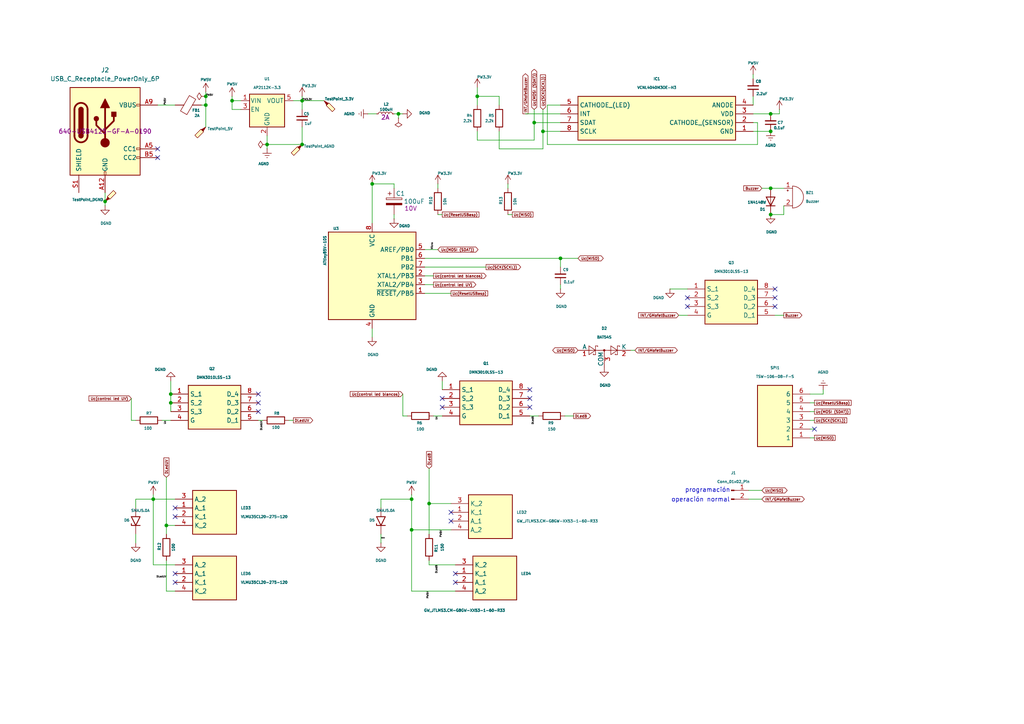
<source format=kicad_sch>
(kicad_sch (version 20250114) (generator "eeschema") (generator_version "9.0")
  (paper "A4")
  (title_block (title "LumiGuard") (date "2025-03-01") (rev "Ing.IsmelArab") (company "InGnia"))
  (lib_symbols
    (symbol "Connector:Conn_01x02_Pin" (pin_names (offset 1.016) (hide yes))
      (property "Reference" "J" (at 0 2.54 0))
      (property "Value" "Conn_01x02_Pin" (at 0 -5.08 0))
      (symbol "Conn_01x02_Pin_1_1"
        (pin passive line (at 5.08 0 180) (length 3.81) (name "Pin_1") (number "1"))
        (pin passive line (at 5.08 -2.54 180) (length 3.81) (name "Pin_2") (number "2"))
      )
    )
    (symbol "Connector:TestPoint_Probe" (pin_numbers (hide yes)) (pin_names (offset 0.762) (hide yes))
      (property "Reference" "TP" (at 1.651 5.842 0))
      (property "Value" "TestPoint_Probe" (at 1.651 4.064 0))
      (symbol "TestPoint_Probe_1_1"
        (pin passive line (at 0 0 90) (length 0) (name "1") (number "1"))
      )
    )
    (symbol "Connector:USB_C_Receptacle_PowerOnly_6P" (pin_names (offset 1.016))
      (property "Reference" "J" (at 0 16.51 0))
      (property "Value" "USB_C_Receptacle_PowerOnly_6P" (at 0 13.97 0))
      (symbol "USB_C_Receptacle_PowerOnly_6P_1_1"
        (pin passive line (at -7.62 -17.78 90) (length 5.08) (name "SHIELD") (number "S1"))
        (pin passive line (at 0 -17.78 90) (length 5.08) (name "GND") (number "A12"))
        (pin passive line (at 0 -17.78 90) (length 5.08) (hide yes) (name "GND") (number "B12"))
        (pin passive line (at 15.24 7.62 180) (length 5.08) (name "VBUS") (number "A9"))
        (pin passive line (at 15.24 7.62 180) (length 5.08) (hide yes) (name "VBUS") (number "B9"))
        (pin bidirectional line (at 15.24 -5.08 180) (length 5.08) (name "CC1") (number "A5"))
        (pin bidirectional line (at 15.24 -7.62 180) (length 5.08) (name "CC2") (number "B5"))
      )
    )
    (symbol "DMN3010LSS-13:DMN3010LSS-13"
      (property "Reference" "Q" (at 21.59 7.62 0))
      (property "Value" "DMN3010LSS-13" (at 21.59 5.08 0))
      (symbol "DMN3010LSS-13_1_1"
        (pin passive line (at 0 0 0) (length 5.08) (name "S_1") (number "1"))
        (pin passive line (at 0 -2.54 0) (length 5.08) (name "S_2") (number "2"))
        (pin passive line (at 0 -5.08 0) (length 5.08) (name "S_3") (number "3"))
        (pin passive line (at 0 -7.62 0) (length 5.08) (name "G") (number "4"))
        (pin passive line (at 25.4 0 180) (length 5.08) (name "D_4") (number "8"))
        (pin passive line (at 25.4 -2.54 180) (length 5.08) (name "D_3") (number "7"))
        (pin passive line (at 25.4 -5.08 180) (length 5.08) (name "D_2") (number "6"))
        (pin passive line (at 25.4 -7.62 180) (length 5.08) (name "D_1") (number "5"))
      )
    )
    (symbol "Device:Buzzer" (pin_names (offset 0.0254) (hide yes))
      (property "Reference" "BZ" (at 3.81 1.27 0))
      (property "Value" "Buzzer" (at 3.81 -1.27 0))
      (symbol "Buzzer_1_1"
        (pin passive line (at -2.54 2.54 0) (length 2.54) (name "+") (number "1"))
        (pin passive line (at -2.54 -2.54 0) (length 2.54) (name "-") (number "2"))
      )
    )
    (symbol "Device:C_Polarized" (pin_numbers (hide yes)) (pin_names (offset 0.254))
      (property "Reference" "C" (at 0.635 2.54 0))
      (property "Value" "C_Polarized" (at 0.635 -2.54 0))
      (symbol "C_Polarized_1_1"
        (pin passive line (at 0 3.81 270) (length 2.794) (name "~") (number "1"))
        (pin passive line (at 0 -3.81 90) (length 2.794) (name "~") (number "2"))
      )
    )
    (symbol "Device:C_Small" (pin_numbers (hide yes)) (pin_names (offset 0.254) (hide yes))
      (property "Reference" "C" (at 0.254 1.778 0))
      (property "Value" "C_Small" (at 0.254 -2.032 0))
      (symbol "C_Small_1_1"
        (pin passive line (at 0 2.54 270) (length 2.032) (name "~") (number "1"))
        (pin passive line (at 0 -2.54 90) (length 2.032) (name "~") (number "2"))
      )
    )
    (symbol "Device:FerriteBead" (pin_numbers (hide yes)) (pin_names (offset 0))
      (property "Reference" "FB" (at -3.81 0.635 90))
      (property "Value" "FerriteBead" (at 3.81 0 90))
      (symbol "FerriteBead_1_1"
        (pin passive line (at 0 3.81 270) (length 2.54) (name "~") (number "1"))
        (pin passive line (at 0 -3.81 90) (length 2.54) (name "~") (number "2"))
      )
    )
    (symbol "Device:L_Small" (pin_numbers (hide yes)) (pin_names (offset 0.254) (hide yes))
      (property "Reference" "L" (at 0.762 1.016 0))
      (property "Value" "L_Small" (at 0.762 -1.016 0))
      (symbol "L_Small_1_1"
        (pin passive line (at 0 2.54 270) (length 0.508) (name "~") (number "1"))
        (pin passive line (at 0 -2.54 90) (length 0.508) (name "~") (number "2"))
      )
    )
    (symbol "Device:R" (pin_numbers (hide yes)) (pin_names (offset 0))
      (property "Reference" "R" (at 2.032 0 90))
      (property "Value" "R" (at 0 0 90))
      (symbol "R_1_1"
        (pin passive line (at 0 3.81 270) (length 1.27) (name "~") (number "1"))
        (pin passive line (at 0 -3.81 90) (length 1.27) (name "~") (number "2"))
      )
    )
    (symbol "Diode:1N4148W" (pin_numbers (hide yes)) (pin_names (hide yes))
      (property "Reference" "D" (at 0 2.54 0))
      (property "Value" "1N4148W" (at 0 -2.54 0))
      (symbol "1N4148W_1_1"
        (pin passive line (at -3.81 0 0) (length 2.54) (name "K") (number "1"))
        (pin passive line (at 3.81 0 180) (length 2.54) (name "A") (number "2"))
      )
    )
    (symbol "Diode:BAT54S" (pin_names (offset 0))
      (property "Reference" "D" (at 2.54 -5.08 0))
      (property "Value" "BAT54S" (at -6.35 3.175 0))
      (symbol "BAT54S_1_1"
        (pin passive line (at -7.62 0 0) (length 3.81) (name "A") (number "1"))
        (pin passive line (at 0 -5.08 90) (length 5.08) (name "COM") (number "3"))
        (pin passive line (at 7.62 0 180) (length 3.81) (name "K") (number "2"))
      )
    )
    (symbol "Diode:SMAJ5.0A" (pin_numbers (hide yes)) (pin_names (offset 1.016) (hide yes))
      (property "Reference" "D" (at 0 2.54 0))
      (property "Value" "SMAJ5.0A" (at 0 -2.54 0))
      (symbol "SMAJ5.0A_1_1"
        (pin passive line (at -3.81 0 0) (length 2.54) (name "A1") (number "1"))
        (pin passive line (at 3.81 0 180) (length 2.54) (name "A2") (number "2"))
      )
    )
    (symbol "GW_JTLMS3_CM-G8GW-XX53-1-60-R3:GW_JTLMS3.CM-G8GW-XX53-1-60-R33"
      (property "Reference" "LED" (at 19.05 7.62 0))
      (property "Value" "GW_JTLMS3.CM-G8GW-XX53-1-60-R33" (at 19.05 5.08 0))
      (symbol "GW_JTLMS3.CM-G8GW-XX53-1-60-R33_1_1"
        (pin passive line (at 0 0 0) (length 5.08) (name "K_2") (number "3"))
        (pin passive line (at 0 -2.54 0) (length 5.08) (name "K_1") (number "1"))
        (pin passive line (at 0 -5.08 0) (length 5.08) (name "A_1") (number "2"))
        (pin passive line (at 0 -7.62 0) (length 5.08) (name "A_2") (number "4"))
      )
    )
    (symbol "MCU_Microchip_ATtiny:ATtiny85V-10S"
      (property "Reference" "U" (at -12.7 13.97 0))
      (property "Value" "ATtiny85V-10S" (at 2.54 -13.97 0))
      (symbol "ATtiny85V-10S_1_1"
        (pin power_in line (at 0 15.24 270) (length 2.54) (name "VCC") (number "8"))
        (pin power_in line (at 0 -15.24 90) (length 2.54) (name "GND") (number "4"))
        (pin bidirectional line (at 15.24 7.62 180) (length 2.54) (name "AREF/PB0") (number "5"))
        (pin bidirectional line (at 15.24 5.08 180) (length 2.54) (name "PB1") (number "6"))
        (pin bidirectional line (at 15.24 2.54 180) (length 2.54) (name "PB2") (number "7"))
        (pin bidirectional line (at 15.24 0 180) (length 2.54) (name "XTAL1/PB3") (number "2"))
        (pin bidirectional line (at 15.24 -2.54 180) (length 2.54) (name "XTAL2/PB4") (number "3"))
        (pin bidirectional line (at 15.24 -5.08 180) (length 2.54) (name "~{RESET}/PB5") (number "1"))
      )
    )
    (symbol "Regulator_Linear:AP2112K-3.3" (pin_names (offset 0.254))
      (property "Reference" "U" (at -5.08 5.715 0))
      (property "Value" "AP2112K-3.3" (at 0 5.715 0))
      (symbol "AP2112K-3.3_1_1"
        (pin power_in line (at -7.62 2.54 0) (length 2.54) (name "VIN") (number "1"))
        (pin input line (at -7.62 0 0) (length 2.54) (name "EN") (number "3"))
        (pin power_in line (at 0 -7.62 90) (length 2.54) (name "GND") (number "2"))
        (pin no_connect line (at 5.08 0 180) (length 2.54) (hide yes) (name "NC") (number "4"))
        (pin power_out line (at 7.62 2.54 180) (length 2.54) (name "VOUT") (number "5"))
      )
    )
    (symbol "TSW-106-08-F-S:TSW-106-08-F-S"
      (property "Reference" "J" (at 16.51 7.62 0))
      (property "Value" "TSW-106-08-F-S" (at 16.51 5.08 0))
      (symbol "TSW-106-08-F-S_1_1"
        (pin passive line (at 0 0 0) (length 5.08) (name "1") (number "1"))
        (pin passive line (at 0 -2.54 0) (length 5.08) (name "2") (number "2"))
        (pin passive line (at 0 -5.08 0) (length 5.08) (name "3") (number "3"))
        (pin passive line (at 0 -7.62 0) (length 5.08) (name "4") (number "4"))
        (pin passive line (at 0 -10.16 0) (length 5.08) (name "5") (number "5"))
        (pin passive line (at 0 -12.7 0) (length 5.08) (name "6") (number "6"))
      )
    )
    (symbol "VCNL4040M3OE-H3:VCNL4040M3OE-H3"
      (property "Reference" "IC" (at 52.07 7.62 0))
      (property "Value" "VCNL4040M3OE-H3" (at 52.07 5.08 0))
      (symbol "VCNL4040M3OE-H3_1_1"
        (pin passive line (at 0 0 0) (length 5.08) (name "CATHODE_(LED)") (number "5"))
        (pin passive line (at 0 -2.54 0) (length 5.08) (name "INT") (number "6"))
        (pin passive line (at 0 -5.08 0) (length 5.08) (name "SDAT") (number "7"))
        (pin passive line (at 0 -7.62 0) (length 5.08) (name "SCLK") (number "8"))
        (pin passive line (at 55.88 0 180) (length 5.08) (name "ANODE") (number "4"))
        (pin passive line (at 55.88 -2.54 180) (length 5.08) (name "VDD") (number "3"))
        (pin passive line (at 55.88 -5.08 180) (length 5.08) (name "CATHODE_(SENSOR)") (number "2"))
        (pin passive line (at 55.88 -7.62 180) (length 5.08) (name "GND") (number "1"))
      )
    )
    (symbol "VLMU35CL20-275-120:VLMU35CL20-275-120"
      (property "Reference" "LED" (at 19.05 7.62 0))
      (property "Value" "VLMU35CL20-275-120" (at 19.05 5.08 0))
      (symbol "VLMU35CL20-275-120_1_1"
        (pin passive line (at 0 0 0) (length 5.08) (name "A_2") (number "3"))
        (pin passive line (at 0 -2.54 0) (length 5.08) (name "A_1") (number "1"))
        (pin passive line (at 0 -5.08 0) (length 5.08) (name "K_1") (number "2"))
        (pin passive line (at 0 -7.62 0) (length 5.08) (name "K_2") (number "4"))
      )
    )
    (symbol "power:Earth" (power) (pin_numbers (hide yes)) (pin_names (offset 0) (hide yes))
      (property "Value" "Earth" (at 0 -3.81 0))
      (symbol "Earth_1_1"
        (pin power_in line (at 0 0 270) (length 0) (name "~") (number "1"))
      )
    )
    (symbol "power:GND" (power) (pin_numbers (hide yes)) (pin_names (offset 0) (hide yes))
      (property "Value" "GND" (at 0 -3.81 0))
      (symbol "GND_1_1"
        (pin power_in line (at 0 0 270) (length 0) (name "~") (number "1"))
      )
    )
    (symbol "power:PWR_FLAG" (power) (pin_numbers (hide yes)) (pin_names (offset 0) (hide yes))
      (property "Value" "PWR_FLAG" (at 0 3.81 0))
      (symbol "PWR_FLAG_0_0"
        (pin power_out line (at 0 0 90) (length 0) (name "~") (number "1"))
      )
    )
    (symbol "power:VCC" (power) (pin_numbers (hide yes)) (pin_names (offset 0) (hide yes))
      (property "Value" "VCC" (at 0 3.556 0))
      (symbol "VCC_1_1"
        (pin power_in line (at 0 0 90) (length 0) (name "~") (number "1"))
      )
    )
  )
  (text "operación normal\n" (at 203.2 145.034 0) (effects (font (size 1.27 1.27))))
  (text "programación" (at 205.232 142.24 0) (effects (font (size 1.27 1.27))))
  (junction (at 87.63 41.91))
  (junction (at 223.52 62.23))
  (junction (at 223.52 54.61))
  (junction (at 49.53 114.3))
  (junction (at 115.57 33.02))
  (junction (at 107.95 53.34))
  (junction (at 87.63 29.21))
  (junction (at 48.26 152.4))
  (junction (at 67.31 29.21))
  (junction (at 30.48 58.42))
  (junction (at 119.38 153.67))
  (junction (at 119.38 144.78))
  (junction (at 157.48 38.1))
  (junction (at 44.45 144.78))
  (junction (at 223.52 33.02))
  (junction (at 154.94 35.56))
  (junction (at 49.53 116.84))
  (junction (at 59.69 27.94))
  (junction (at 77.47 41.91))
  (junction (at 59.69 30.48))
  (junction (at 138.43 27.94))
  (junction (at 124.46 146.05))
  (junction (at 162.56 74.93))
  (junction (at 223.52 38.1))
  (no_connect (at 74.93 116.84))
  (no_connect (at 45.72 45.72))
  (no_connect (at 132.08 166.37))
  (no_connect (at 50.8 147.32))
  (no_connect (at 199.39 86.36))
  (no_connect (at 153.67 113.03))
  (no_connect (at 128.27 115.57))
  (no_connect (at 153.67 118.11))
  (no_connect (at 199.39 88.9))
  (no_connect (at 224.79 83.82))
  (no_connect (at 50.8 168.91))
  (no_connect (at 132.08 168.91))
  (no_connect (at 236.22 124.46))
  (no_connect (at 50.8 166.37))
  (no_connect (at 50.8 149.86))
  (no_connect (at 128.27 118.11))
  (no_connect (at 74.93 119.38))
  (no_connect (at 45.72 43.18))
  (no_connect (at 153.67 115.57))
  (no_connect (at 130.81 151.13))
  (no_connect (at 224.79 88.9))
  (no_connect (at 130.81 148.59))
  (no_connect (at 74.93 114.3))
  (no_connect (at 224.79 86.36))
  (wire (pts (xy 77.47 39.37) (xy 77.47 41.91)))
  (wire (pts (xy 76.2 121.92) (xy 74.93 121.92)))
  (wire (pts (xy 154.94 35.56) (xy 162.56 35.56)))
  (wire (pts (xy 123.19 82.55) (xy 125.73 82.55)))
  (wire (pts (xy 116.84 114.3) (xy 116.84 120.65)))
  (wire (pts (xy 39.37 144.78) (xy 39.37 147.32)))
  (wire (pts (xy 87.63 36.83) (xy 87.63 41.91)))
  (wire (pts (xy 138.43 27.94) (xy 144.78 27.94)))
  (wire (pts (xy 67.31 29.21) (xy 67.31 31.75)))
  (wire (pts (xy 218.44 35.56) (xy 219.71 35.56)))
  (wire (pts (xy 218.44 38.1) (xy 223.52 38.1)))
  (wire (pts (xy 125.73 120.65) (xy 128.27 120.65)))
  (wire (pts (xy 30.48 58.42) (xy 30.48 59.69)))
  (wire (pts (xy 114.3 53.34) (xy 114.3 54.61)))
  (wire (pts (xy 238.76 114.3) (xy 238.76 113.03)))
  (wire (pts (xy 107.95 53.34) (xy 114.3 53.34)))
  (wire (pts (xy 138.43 27.94) (xy 138.43 30.48)))
  (wire (pts (xy 194.31 83.82) (xy 199.39 83.82)))
  (wire (pts (xy 67.31 31.75) (xy 69.85 31.75)))
  (wire (pts (xy 46.99 121.92) (xy 49.53 121.92)))
  (wire (pts (xy 45.72 30.48) (xy 50.8 30.48)))
  (wire (pts (xy 217.17 142.24) (xy 220.98 142.24)))
  (wire (pts (xy 162.56 82.55) (xy 162.56 83.82)))
  (wire (pts (xy 44.45 144.78) (xy 44.45 163.83)))
  (wire (pts (xy 49.53 116.84) (xy 49.53 119.38)))
  (wire (pts (xy 123.19 80.01) (xy 125.73 80.01)))
  (wire (pts (xy 50.8 144.78) (xy 44.45 144.78)))
  (wire (pts (xy 49.53 114.3) (xy 49.53 116.84)))
  (wire (pts (xy 196.85 91.44) (xy 199.39 91.44)))
  (wire (pts (xy 116.84 120.65) (xy 118.11 120.65)))
  (wire (pts (xy 219.71 41.91) (xy 219.71 35.56)))
  (wire (pts (xy 234.95 116.84) (xy 236.22 116.84)))
  (wire (pts (xy 226.06 33.02) (xy 223.52 33.02)))
  (wire (pts (xy 50.8 171.45) (xy 48.26 171.45)))
  (wire (pts (xy 182.88 101.6) (xy 184.15 101.6)))
  (wire (pts (xy 124.46 135.89) (xy 124.46 146.05)))
  (wire (pts (xy 115.57 33.02) (xy 116.84 33.02)))
  (wire (pts (xy 123.19 72.39) (xy 127 72.39)))
  (wire (pts (xy 123.19 85.09) (xy 130.81 85.09)))
  (wire (pts (xy 39.37 144.78) (xy 44.45 144.78)))
  (wire (pts (xy 234.95 119.38) (xy 236.22 119.38)))
  (wire (pts (xy 119.38 144.78) (xy 119.38 153.67)))
  (wire (pts (xy 220.98 54.61) (xy 223.52 54.61)))
  (wire (pts (xy 107.95 53.34) (xy 107.95 64.77)))
  (wire (pts (xy 234.95 127) (xy 236.22 127)))
  (wire (pts (xy 223.52 54.61) (xy 227.33 54.61)))
  (wire (pts (xy 152.4 33.02) (xy 162.56 33.02)))
  (wire (pts (xy 217.17 144.78) (xy 220.98 144.78)))
  (wire (pts (xy 119.38 143.51) (xy 119.38 144.78)))
  (wire (pts (xy 77.47 41.91) (xy 77.47 43.18)))
  (wire (pts (xy 30.48 55.88) (xy 30.48 58.42)))
  (wire (pts (xy 38.1 115.57) (xy 38.1 121.92)))
  (wire (pts (xy 124.46 146.05) (xy 130.81 146.05)))
  (wire (pts (xy 110.49 154.94) (xy 110.49 157.48)))
  (wire (pts (xy 48.26 152.4) (xy 48.26 154.94)))
  (wire (pts (xy 44.45 143.51) (xy 44.45 144.78)))
  (wire (pts (xy 44.45 163.83) (xy 50.8 163.83)))
  (wire (pts (xy 124.46 162.56) (xy 124.46 163.83)))
  (wire (pts (xy 234.95 114.3) (xy 238.76 114.3)))
  (wire (pts (xy 114.3 33.02) (xy 115.57 33.02)))
  (wire (pts (xy 48.26 162.56) (xy 48.26 171.45)))
  (wire (pts (xy 226.06 31.75) (xy 226.06 33.02)))
  (wire (pts (xy 144.78 27.94) (xy 144.78 30.48)))
  (wire (pts (xy 127 62.23) (xy 128.27 62.23)))
  (wire (pts (xy 87.63 29.21) (xy 85.09 29.21)))
  (wire (pts (xy 138.43 25.4) (xy 138.43 27.94)))
  (wire (pts (xy 123.19 74.93) (xy 162.56 74.93)))
  (wire (pts (xy 119.38 153.67) (xy 119.38 171.45)))
  (wire (pts (xy 106.68 33.02) (xy 109.22 33.02)))
  (wire (pts (xy 157.48 43.18) (xy 144.78 43.18)))
  (wire (pts (xy 147.32 62.23) (xy 148.59 62.23)))
  (wire (pts (xy 127 53.34) (xy 127 54.61)))
  (wire (pts (xy 115.57 34.29) (xy 115.57 33.02)))
  (wire (pts (xy 107.95 97.79) (xy 107.95 95.25)))
  (wire (pts (xy 124.46 163.83) (xy 132.08 163.83)))
  (wire (pts (xy 59.69 30.48) (xy 58.42 30.48)))
  (wire (pts (xy 218.44 21.59) (xy 218.44 22.86)))
  (wire (pts (xy 85.09 121.92) (xy 83.82 121.92)))
  (wire (pts (xy 144.78 43.18) (xy 144.78 38.1)))
  (wire (pts (xy 119.38 153.67) (xy 130.81 153.67)))
  (wire (pts (xy 67.31 29.21) (xy 69.85 29.21)))
  (wire (pts (xy 128.27 110.49) (xy 128.27 113.03)))
  (wire (pts (xy 119.38 171.45) (xy 132.08 171.45)))
  (wire (pts (xy 87.63 29.21) (xy 93.98 29.21)))
  (wire (pts (xy 67.31 27.94) (xy 67.31 29.21)))
  (wire (pts (xy 123.19 77.47) (xy 140.97 77.47)))
  (wire (pts (xy 162.56 30.48) (xy 158.75 30.48)))
  (wire (pts (xy 110.49 144.78) (xy 119.38 144.78)))
  (wire (pts (xy 39.37 154.94) (xy 39.37 157.48)))
  (wire (pts (xy 224.79 91.44) (xy 227.33 91.44)))
  (wire (pts (xy 87.63 31.75) (xy 87.63 29.21)))
  (wire (pts (xy 87.63 27.94) (xy 87.63 29.21)))
  (wire (pts (xy 49.53 110.49) (xy 49.53 114.3)))
  (wire (pts (xy 162.56 74.93) (xy 162.56 77.47)))
  (wire (pts (xy 223.52 33.02) (xy 218.44 33.02)))
  (wire (pts (xy 158.75 41.91) (xy 219.71 41.91)))
  (wire (pts (xy 163.83 120.65) (xy 166.37 120.65)))
  (wire (pts (xy 227.33 59.69) (xy 227.33 62.23)))
  (wire (pts (xy 38.1 121.92) (xy 39.37 121.92)))
  (wire (pts (xy 114.3 62.23) (xy 114.3 63.5)))
  (wire (pts (xy 48.26 138.43) (xy 48.26 152.4)))
  (wire (pts (xy 59.69 36.83) (xy 59.69 30.48)))
  (wire (pts (xy 223.52 62.23) (xy 227.33 62.23)))
  (wire (pts (xy 158.75 30.48) (xy 158.75 41.91)))
  (wire (pts (xy 157.48 31.75) (xy 157.48 38.1)))
  (wire (pts (xy 48.26 152.4) (xy 50.8 152.4)))
  (wire (pts (xy 157.48 38.1) (xy 162.56 38.1)))
  (wire (pts (xy 153.67 120.65) (xy 156.21 120.65)))
  (wire (pts (xy 147.32 53.34) (xy 147.32 54.61)))
  (wire (pts (xy 234.95 124.46) (xy 236.22 124.46)))
  (wire (pts (xy 138.43 38.1) (xy 138.43 40.64)))
  (wire (pts (xy 154.94 31.75) (xy 154.94 35.56)))
  (wire (pts (xy 234.95 121.92) (xy 236.22 121.92)))
  (wire (pts (xy 218.44 27.94) (xy 218.44 30.48)))
  (wire (pts (xy 124.46 146.05) (xy 124.46 154.94)))
  (wire (pts (xy 162.56 74.93) (xy 167.64 74.93)))
  (wire (pts (xy 138.43 40.64) (xy 154.94 40.64)))
  (wire (pts (xy 154.94 35.56) (xy 154.94 40.64)))
  (wire (pts (xy 87.63 41.91) (xy 77.47 41.91)))
  (wire (pts (xy 59.69 27.94) (xy 59.69 30.48)))
  (wire (pts (xy 157.48 38.1) (xy 157.48 43.18)))
  (wire (pts (xy 110.49 144.78) (xy 110.49 147.32)))
  (wire (pts (xy 59.69 26.67) (xy 59.69 27.94)))
  (label "DLedB" (at 127 163.83 270) (effects (font (size 0.508 0.508))))
  (label "DLedUV" (at 48.26 167.64 180) (effects (font (size 0.508 0.508))))
  (label "Uc" (at 48.26 121.92 270) (effects (font (size 0.508 0.508))))
  (label "PW5V" (at 48.26 30.48 90) (effects (font (size 0.508 0.508))))
  (label "DGND" (at 110.49 156.21 0) (effects (font (size 0.254 0.254))))
  (label "PW3.3V" (at 87.63 29.21 0) (effects (font (size 0.508 0.508))))
  (label "PW5V" (at 124.46 171.45 270) (effects (font (size 0.508 0.508))))
  (label "Micro" (at 125.73 72.39 90) (effects (font (size 0.508 0.508))))
  (label "DLedB" (at 154.94 120.65 270) (effects (font (size 0.508 0.508))))
  (label "Uc" (at 127 120.65 270) (effects (font (size 0.508 0.508))))
  (label "DLedUV" (at 76.2 121.92 270) (effects (font (size 0.508 0.508))))
  (label "PW5V" (at 128.27 153.67 270) (effects (font (size 0.508 0.508))))
  (label "PW5V" (at 59.69 27.94 0) (effects (font (size 0.508 0.508))))
  (global_label "Uc(ResetUSBasp)" (shape passive) (at 128.27 62.23 0) (effects (font (size 0.762 0.762))) (property "Intersheetrefs" "${INTERSHEET_REFS}" (effects (hide yes))))
  (global_label "INT{slash}GMofetBuzzer" (shape output) (at 152.4 33.02 90) (effects (font (size 0.762 0.762))) (property "Intersheetrefs" "${INTERSHEET_REFS}" (effects (hide yes))))
  (global_label "Uc(MISO)" (shape passive) (at 236.22 127 0) (effects (font (size 0.762 0.762))) (property "Intersheetrefs" "${INTERSHEET_REFS}" (effects (hide yes))))
  (global_label "Buzzer" (shape output) (at 227.33 91.44 0) (effects (font (size 0.762 0.762))) (property "Intersheetrefs" "${INTERSHEET_REFS}" (effects (hide yes))))
  (global_label "Uc(MOSI (SDAT))" (shape passive) (at 236.22 119.38 0) (effects (font (size 0.762 0.762))) (property "Intersheetrefs" "${INTERSHEET_REFS}" (effects (hide yes))))
  (global_label "Uc(control led UV)" (shape input) (at 38.1 115.57 180) (effects (font (size 0.762 0.762))) (property "Intersheetrefs" "${INTERSHEET_REFS}" (effects (hide yes))))
  (global_label "Uc(control led blancos)" (shape output) (at 125.73 80.01 0) (effects (font (size 0.762 0.762))) (property "Intersheetrefs" "${INTERSHEET_REFS}" (effects (hide yes))))
  (global_label "Uc(MISO)" (shape bidirectional) (at 167.64 101.6 180) (effects (font (size 0.762 0.762))) (property "Intersheetrefs" "${INTERSHEET_REFS}" (effects (hide yes))))
  (global_label "Uc(MISO)" (shape passive) (at 148.59 62.23 0) (effects (font (size 0.762 0.762))) (property "Intersheetrefs" "${INTERSHEET_REFS}" (effects (hide yes))))
  (global_label "INT{slash}GMofetBuzzer" (shape bidirectional) (at 184.15 101.6 0) (effects (font (size 0.762 0.762))) (property "Intersheetrefs" "${INTERSHEET_REFS}" (effects (hide yes))))
  (global_label "DLedB" (shape input) (at 124.46 135.89 90) (effects (font (size 0.762 0.762))) (property "Intersheetrefs" "${INTERSHEET_REFS}" (effects (hide yes))))
  (global_label "DLedUV" (shape output) (at 85.09 121.92 0) (effects (font (size 0.762 0.762))) (property "Intersheetrefs" "${INTERSHEET_REFS}" (effects (hide yes))))
  (global_label "Uc(ResetUSBasp)" (shape passive) (at 130.81 85.09 0) (effects (font (size 0.762 0.762))) (property "Intersheetrefs" "${INTERSHEET_REFS}" (effects (hide yes))))
  (global_label "Uc(MOSI (SDAT))" (shape bidirectional) (at 154.94 31.75 90) (effects (font (size 0.762 0.762))) (property "Intersheetrefs" "${INTERSHEET_REFS}" (effects (hide yes))))
  (global_label "DLedUV" (shape input) (at 48.26 138.43 90) (effects (font (size 0.762 0.762))) (property "Intersheetrefs" "${INTERSHEET_REFS}" (effects (hide yes))))
  (global_label "Uc(control led blancos)" (shape input) (at 116.84 114.3 180) (effects (font (size 0.762 0.762))) (property "Intersheetrefs" "${INTERSHEET_REFS}" (effects (hide yes))))
  (global_label "Uc(MISO)" (shape bidirectional) (at 220.98 142.24 0) (effects (font (size 0.762 0.762))) (property "Intersheetrefs" "${INTERSHEET_REFS}" (effects (hide yes))))
  (global_label "Uc(control led UV)" (shape output) (at 125.73 82.55 0) (effects (font (size 0.762 0.762))) (property "Intersheetrefs" "${INTERSHEET_REFS}" (effects (hide yes))))
  (global_label "Uc(ResetUSBasp)" (shape passive) (at 236.22 116.84 0) (effects (font (size 0.762 0.762))) (property "Intersheetrefs" "${INTERSHEET_REFS}" (effects (hide yes))))
  (global_label "DLedB" (shape output) (at 166.37 120.65 0) (effects (font (size 0.762 0.762))) (property "Intersheetrefs" "${INTERSHEET_REFS}" (effects (hide yes))))
  (global_label "Uc(SCK(SCKL))" (shape input) (at 157.48 31.75 90) (effects (font (size 0.762 0.762))) (property "Intersheetrefs" "${INTERSHEET_REFS}" (effects (hide yes))))
  (global_label "Uc(SCK(SCKL))" (shape output) (at 140.97 77.47 0) (effects (font (size 0.762 0.762))) (property "Intersheetrefs" "${INTERSHEET_REFS}" (effects (hide yes))))
  (global_label "Uc(SCK(SCKL))" (shape passive) (at 236.22 121.92 0) (effects (font (size 0.762 0.762))) (property "Intersheetrefs" "${INTERSHEET_REFS}" (effects (hide yes))))
  (global_label "Uc(MISO)" (shape bidirectional) (at 167.64 74.93 0) (effects (font (size 0.762 0.762))) (property "Intersheetrefs" "${INTERSHEET_REFS}" (effects (hide yes))))
  (global_label "INT{slash}GMofetBuzzer" (shape input) (at 196.85 91.44 180) (effects (font (size 0.762 0.762))) (property "Intersheetrefs" "${INTERSHEET_REFS}" (effects (hide yes))))
  (global_label "Buzzer" (shape input) (at 220.98 54.61 180) (effects (font (size 0.762 0.762))) (property "Intersheetrefs" "${INTERSHEET_REFS}" (effects (hide yes))))
  (global_label "Uc(MOSI (SDAT))" (shape bidirectional) (at 127 72.39 0) (effects (font (size 0.762 0.762))) (property "Intersheetrefs" "${INTERSHEET_REFS}" (effects (hide yes))))
  (global_label "INT{slash}GMofetBuzzer" (shape bidirectional) (at 220.98 144.78 0) (effects (font (size 0.762 0.762))) (property "Intersheetrefs" "${INTERSHEET_REFS}" (effects (hide yes))))
  (symbol (lib_id "Connector:TestPoint_Probe") (at 59.69 36.83 180) (unit 1)
    (property "Reference" "TP1" (effects (hide yes)))
    (property "Value" "TestPoint_5V" (at 60.198 37.338 0) (effects (font (size 0.762 0.762)) (justify right)))
    (property "Footprint" "TestPoint:TestPoint_Pad_2.0x2.0mm" (effects (hide yes)))
    (property "Description" "test point (alternative probe-style design)" (effects (hide yes)))
  )
  (symbol (lib_id "Device:C_Small") (at 223.52 35.56 180) (unit 1)
    (property "Reference" "C7" (at 226.314 35.56 0) (effects (font (size 0.762 0.762))))
    (property "Value" "0.1uF" (at 226.06 37.084 0) (effects (font (size 0.762 0.762))))
    (property "Footprint" "Capacitor_SMD:C_0805_2012Metric" (effects (hide yes)))
    (property "Description" "Unpolarized capacitor, small symbol" (effects (hide yes)))
    (property "Mouser Part Number" "77-05006-BR104ZKU-J" (effects (hide yes)))
  )
  (symbol (lib_id "TSW-106-08-F-S:TSW-106-08-F-S") (at 234.95 127 180) (unit 1)
    (property "Reference" "SPI1" (at 224.79 106.68 0) (effects (font (size 0.762 0.762))))
    (property "Value" "TSW-106-08-F-S" (at 224.79 109.22 0) (effects (font (size 0.762 0.762))))
    (property "Footprint" "Connector_PinHeader_1.00mm:PinHeader_1x06_P1.00mm_Vertical_SMD_Pin1Left" (effects (hide yes)))
    (property "Datasheet" "http://suddendocs.samtec.com/prints/tsw-xxx-xx-xxx-x-xx-xxx-mkt.pdf" (effects (hide yes)))
    (property "Description" "6 Position, Single Row, Classic PCB Header Strips, 0.100&quot; pitch" (effects (hide yes)))
    (property "Mouser Part Number" "200-TSW10608FS" (effects (hide yes)))
    (property "Manufacturer_Name" "SAMTEC" (effects (hide yes)))
    (property "Manufacturer_Part_Number" "TSW-106-08-F-S" (effects (hide yes)))
  )
  (symbol (lib_id "Device:R") (at 48.26 158.75 180) (unit 1)
    (property "Reference" "R12" (at 46.228 158.496 90) (effects (font (size 0.762 0.762))))
    (property "Value" "100" (at 50.292 158.75 90) (effects (font (size 0.762 0.762))))
    (property "Footprint" "Resistor_SMD:R_0603_1608Metric" (effects (hide yes)))
    (property "Description" "Resistor" (effects (hide yes)))
    (property "Mouser Part Number" "71-PATT0603E1000BGT5" (effects (hide yes)))
  )
  (symbol (lib_id "power:Earth") (at 238.76 113.03 180) (unit 1)
    (property "Reference" "#PWR07" (effects (hide yes)))
    (property "Value" "AGND" (at 238.76 107.95 0) (effects (font (size 0.762 0.762))))
    (property "Description" "Power symbol creates a global label with name \"Earth\"" (effects (hide yes)))
  )
  (symbol (lib_id "Regulator_Linear:AP2112K-3.3") (at 77.47 31.75 0) (unit 1)
    (property "Reference" "U1" (at 77.47 22.86 0) (effects (font (size 0.762 0.762))))
    (property "Value" "AP2112K-3.3" (at 77.47 25.4 0) (effects (font (size 0.762 0.762))))
    (property "Footprint" "Package_TO_SOT_SMD:SOT-23-5" (effects (hide yes)))
    (property "Datasheet" "https://www.diodes.com/assets/Datasheets/AP2112.pdf" (effects (hide yes)))
    (property "Description" "600mA low dropout linear regulator, with enable pin, 3.8V-6V input voltage range, 3.3V fixed positive output, SOT-23-5" (effects (hide yes)))
    (property "Mouser Part Number" "621-AP2112K-3.3TRG1" (effects (hide yes)))
  )
  (symbol (lib_id "power:VCC") (at 127 53.34 0) (unit 1)
    (property "Reference" "#PWR019" (effects (hide yes)))
    (property "Value" "PW3.3V" (at 129.032 50.292 0) (effects (font (size 0.762 0.762))))
    (property "Description" "Power symbol creates a global label with name \"VCC\"" (effects (hide yes)))
  )
  (symbol (lib_id "GW_JTLMS3_CM-G8GW-XX53-1-60-R3:GW_JTLMS3.CM-G8GW-XX53-1-60-R33") (at 132.08 163.83 0) (unit 1)
    (property "Reference" "LED4" (at 151.13 166.3699 0) (effects (font (size 0.762 0.762)) (justify left)))
    (property "Value" "GW_JTLMS3.CM-G8GW-XX53-1-60-R33" (at 122.936 177.038 0) (effects (font (size 0.762 0.762)) (justify left)))
    (property "Footprint" "UV:GWJTLMS3CMG6G9XX5101" (effects (hide yes)))
    (property "Description" "Mid-Power LEDs - White" (effects (hide yes)))
    (property "Height" "0.73" (effects (hide yes)))
    (property "Mouser Part Number" "720-GWJTLMS3.C8GW53" (effects (hide yes)))
    (property "Manufacturer_Name" "ams OSRAM" (effects (hide yes)))
    (property "Manufacturer_Part_Number" "GW JTLMS3.CM-G8GW-XX53-1-60-R33" (effects (hide yes)))
  )
  (symbol (lib_id "Device:C_Polarized") (at 114.3 58.42 0) (unit 1)
    (property "Reference" "C1" (at 114.808 56.134 0) (effects (justify left)))
    (property "Value" "100uF" (at 117.094 58.42 0) (effects (justify left)))
    (property "Footprint" "Capacitor_SMD:CP_Elec_6.3x5.3" (effects (hide yes)))
    (property "Description" "Polarized capacitor" (effects (hide yes)))
    (property "V" "10V" (at 119.126 60.452 0))
  )
  (symbol (lib_id "Device:R") (at 124.46 158.75 0) (unit 1)
    (property "Reference" "R11" (at 126.492 159.004 90) (effects (font (size 0.762 0.762))))
    (property "Value" "150" (at 128.27 158.75 90) (effects (font (size 0.762 0.762))))
    (property "Footprint" "Resistor_SMD:R_0603_1608Metric" (effects (hide yes)))
    (property "Description" "Resistor" (effects (hide yes)))
    (property "Mouser Part Number" "755-KTR03EZPJ151" (effects (hide yes)))
  )
  (symbol (lib_id "power:GND") (at 116.84 33.02 90) (unit 1)
    (property "Reference" "#PWR04" (effects (hide yes)))
    (property "Value" "DGND" (at 123.19 32.766 90) (effects (font (size 0.762 0.762))))
    (property "Description" "Power symbol creates a global label with name \"GND\" , ground" (effects (hide yes)))
  )
  (symbol (lib_id "Connector:TestPoint_Probe") (at 93.98 29.21 270) (unit 1)
    (property "Reference" "TP2" (effects (hide yes)))
    (property "Value" "TestPoint_3.3V" (at 102.616 28.702 90) (effects (font (size 0.762 0.762)) (justify right)))
    (property "Footprint" "TestPoint:TestPoint_Pad_2.0x2.0mm" (effects (hide yes)))
    (property "Description" "test point (alternative probe-style design)" (effects (hide yes)))
  )
  (symbol (lib_id "power:PWR_FLAG") (at 59.69 27.94 90) (unit 1)
    (property "Reference" "#FLG01" (effects (hide yes)))
    (property "Value" "PWR_FLAG" (effects (hide yes)))
    (property "Description" "Special symbol for telling ERC where power comes from" (effects (hide yes)))
  )
  (symbol (lib_id "Connector:TestPoint_Probe") (at 87.63 41.91 180) (unit 1)
    (property "Reference" "TP4" (effects (hide yes)))
    (property "Value" "TestPoint_AGND" (at 88.138 42.418 0) (effects (font (size 0.762 0.762)) (justify right)))
    (property "Footprint" "TestPoint:TestPoint_Pad_2.0x2.0mm" (effects (hide yes)))
    (property "Description" "test point (alternative probe-style design)" (effects (hide yes)))
  )
  (symbol (lib_id "Device:R") (at 127 58.42 180) (unit 1)
    (property "Reference" "R10" (at 124.968 58.166 90) (effects (font (size 0.762 0.762))))
    (property "Value" "10k" (at 129.032 58.42 90) (effects (font (size 0.762 0.762))))
    (property "Footprint" "Resistor_SMD:R_0603_1608Metric" (effects (hide yes)))
    (property "Description" "Resistor" (effects (hide yes)))
    (property "Mouser Part Number" "594-MCT06030E1002BP1 " (effects (hide yes)))
  )
  (symbol (lib_id "power:VCC") (at 59.69 26.67 0) (unit 1)
    (property "Reference" "#PWR01" (effects (hide yes)))
    (property "Value" "PW5V" (at 59.69 23.114 0) (effects (font (size 0.762 0.762))))
    (property "Description" "Power symbol creates a global label with name \"VCC\"" (effects (hide yes)))
  )
  (symbol (lib_id "VCNL4040M3OE-H3:VCNL4040M3OE-H3") (at 162.56 30.48 0) (unit 1)
    (property "Reference" "IC1" (at 190.5 22.86 0) (effects (font (size 0.762 0.762))))
    (property "Value" "VCNL4040M3OE-H3" (at 190.5 25.4 0) (effects (font (size 0.762 0.762))))
    (property "Footprint" "UV:VCNL4040M3OEH3" (effects (hide yes)))
    (property "Datasheet" "http://www.vishay.com/docs/84274/vcnl4040.pdf" (effects (hide yes)))
    (property "Description" "VISHAY - VCNL4040M3OE-H3 - OPTICAL SENSOR, 200MM, I2C" (effects (hide yes)))
    (property "Height" "3" (effects (hide yes)))
    (property "Mouser Part Number" "78-VCNL4040M3OE-H3" (effects (hide yes)))
    (property "Mouser Price/Stock" "https://www.mouser.co.uk/ProductDetail/Vishay-Semiconductors/VCNL4040M3OE-H3?qs=p1ya7m3AA0AbMg69UIYrpg%3D%3D" (effects (hide yes)))
    (property "Manufacturer_Name" "Vishay" (effects (hide yes)))
    (property "Manufacturer_Part_Number" "VCNL4040M3OE-H3" (effects (hide yes)))
  )
  (symbol (lib_id "DMN3010LSS-13:DMN3010LSS-13") (at 199.39 83.82 0) (unit 1)
    (property "Reference" "Q3" (at 212.09 76.2 0) (effects (font (size 0.762 0.762))))
    (property "Value" "DMN3010LSS-13" (at 212.09 78.74 0) (effects (font (size 0.762 0.762))))
    (property "Footprint" "UV:SOIC127P600X175-8N" (effects (hide yes)))
    (property "Datasheet" "https://www.diodes.com//assets/Datasheets/ds31259.pdf" (effects (hide yes)))
    (property "Description" "MOSFET NMOS SINGLE N-CHANNL 30V 16A" (effects (hide yes)))
    (property "Height" "1.75" (effects (hide yes)))
    (property "Mouser Part Number" "621-DMN3010LSS-13" (effects (hide yes)))
    (property "Mouser Price/Stock" "https://www.mouser.co.uk/ProductDetail/Diodes-Incorporated/DMN3010LSS-13?qs=oUsD4qhOtFwnmE3%2Fzjjnwg%3D%3D" (effects (hide yes)))
    (property "Manufacturer_Name" "Diodes Incorporated" (effects (hide yes)))
    (property "Manufacturer_Part_Number" "DMN3010LSS-13" (effects (hide yes)))
  )
  (symbol (lib_id "power:GND") (at 110.49 157.48 0) (unit 1)
    (property "Reference" "#PWR010" (effects (hide yes)))
    (property "Value" "DGND" (at 110.49 162.56 0) (effects (font (size 0.762 0.762))))
    (property "Description" "Power symbol creates a global label with name \"GND\" , ground" (effects (hide yes)))
  )
  (symbol (lib_id "Connector:Conn_01x02_Pin") (at 212.09 142.24 0) (unit 1)
    (property "Reference" "J1" (at 212.725 137.16 0) (effects (font (size 0.762 0.762))))
    (property "Value" "Conn_01x02_Pin" (at 212.725 139.7 0) (effects (font (size 0.762 0.762))))
    (property "Footprint" "Connector_JST:JST_EH_B2B-EH-A_1x02_P2.50mm_Vertical" (effects (hide yes)))
    (property "Description" "Generic connector, single row, 01x02, script generated" (effects (hide yes)))
    (property "Mouser Part Number" "306-B2P-VH-GU" (effects (hide yes)))
  )
  (symbol (lib_id "Device:C_Small") (at 87.63 34.29 180) (unit 1)
    (property "Reference" "C5" (at 88.9 33.02 0) (effects (font (size 0.762 0.762))))
    (property "Value" "1uF" (at 89.408 35.814 0) (effects (font (size 0.762 0.762))))
    (property "Footprint" "Capacitor_SMD:C_0805_2012Metric" (effects (hide yes)))
    (property "Description" "Unpolarized capacitor, small symbol" (effects (hide yes)))
    (property "Mouser Part Number" "80-3253504E2X105KRTB" (effects (hide yes)))
  )
  (symbol (lib_id "power:Earth") (at 223.52 38.1 0) (unit 1)
    (property "Reference" "#PWR012" (effects (hide yes)))
    (property "Value" "AGND" (at 223.52 42.164 0) (effects (font (size 0.762 0.762))))
    (property "Description" "Power symbol creates a global label with name \"Earth\"" (effects (hide yes)))
  )
  (symbol (lib_id "power:VCC") (at 44.45 143.51 0) (unit 1)
    (property "Reference" "#PWR020" (effects (hide yes)))
    (property "Value" "PW5V" (at 44.45 139.954 0) (effects (font (size 0.762 0.762))))
    (property "Description" "Power symbol creates a global label with name \"VCC\"" (effects (hide yes)))
  )
  (symbol (lib_id "power:VCC") (at 87.63 27.94 0) (unit 1)
    (property "Reference" "#PWR06" (effects (hide yes)))
    (property "Value" "PW3.3V" (at 89.662 24.892 0) (effects (font (size 0.762 0.762))))
    (property "Description" "Power symbol creates a global label with name \"VCC\"" (effects (hide yes)))
  )
  (symbol (lib_id "DMN3010LSS-13:DMN3010LSS-13") (at 128.27 113.03 0) (unit 1)
    (property "Reference" "Q1" (at 140.97 105.41 0) (effects (font (size 0.762 0.762))))
    (property "Value" "DMN3010LSS-13" (at 140.97 107.95 0) (effects (font (size 0.762 0.762))))
    (property "Footprint" "UV:SOIC127P600X175-8N" (effects (hide yes)))
    (property "Datasheet" "https://www.diodes.com//assets/Datasheets/ds31259.pdf" (effects (hide yes)))
    (property "Description" "MOSFET NMOS SINGLE N-CHANNL 30V 16A" (effects (hide yes)))
    (property "Height" "1.75" (effects (hide yes)))
    (property "Mouser Part Number" "621-DMN3010LSS-13" (effects (hide yes)))
    (property "Mouser Price/Stock" "https://www.mouser.co.uk/ProductDetail/Diodes-Incorporated/DMN3010LSS-13?qs=oUsD4qhOtFwnmE3%2Fzjjnwg%3D%3D" (effects (hide yes)))
    (property "Manufacturer_Name" "Diodes Incorporated" (effects (hide yes)))
    (property "Manufacturer_Part_Number" "DMN3010LSS-13" (effects (hide yes)))
  )
  (symbol (lib_id "power:VCC") (at 218.44 21.59 0) (unit 1)
    (property "Reference" "#PWR022" (effects (hide yes)))
    (property "Value" "PW5V" (at 218.44 18.288 0) (effects (font (size 0.762 0.762))))
    (property "Description" "Power symbol creates a global label with name \"VCC\"" (effects (hide yes)))
  )
  (symbol (lib_id "Device:L_Small") (at 111.76 33.02 90) (unit 1)
    (property "Reference" "L2" (at 112.014 30.226 90) (effects (font (size 0.762 0.762))))
    (property "Value" "100uH" (at 112.014 31.75 90) (effects (font (size 0.762 0.762))))
    (property "Footprint" "Inductor_SMD:L_0603_1608Metric" (effects (hide yes)))
    (property "Description" "Inductor, small symbol" (effects (hide yes)))
    (property "I" "2A" (at 111.76 34.036 90))
    (property "Mouser Part Number" "710-7447021" (effects (hide yes)))
  )
  (symbol (lib_id "Device:R") (at 147.32 58.42 180) (unit 1)
    (property "Reference" "R13" (at 145.288 58.166 90) (effects (font (size 0.762 0.762))))
    (property "Value" "10k" (at 149.352 58.42 90) (effects (font (size 0.762 0.762))))
    (property "Footprint" "Resistor_SMD:R_0603_1608Metric" (effects (hide yes)))
    (property "Description" "Resistor" (effects (hide yes)))
    (property "Mouser Part Number" "594-MCT06030E1002BP1 " (effects (hide yes)))
  )
  (symbol (lib_id "DMN3010LSS-13:DMN3010LSS-13") (at 49.53 114.3 0) (unit 1)
    (property "Reference" "Q2" (at 61.468 106.934 0) (effects (font (size 0.762 0.762))))
    (property "Value" "DMN3010LSS-13" (at 61.976 109.474 0) (effects (font (size 0.762 0.762))))
    (property "Footprint" "UV:SOIC127P600X175-8N" (effects (hide yes)))
    (property "Datasheet" "https://www.diodes.com//assets/Datasheets/ds31259.pdf" (effects (hide yes)))
    (property "Description" "MOSFET NMOS SINGLE N-CHANNL 30V 16A" (effects (hide yes)))
    (property "Height" "1.75" (effects (hide yes)))
    (property "Mouser Part Number" "621-DMN3010LSS-13" (effects (hide yes)))
    (property "Mouser Price/Stock" "https://www.mouser.co.uk/ProductDetail/Diodes-Incorporated/DMN3010LSS-13?qs=oUsD4qhOtFwnmE3%2Fzjjnwg%3D%3D" (effects (hide yes)))
    (property "Manufacturer_Name" "Diodes Incorporated" (effects (hide yes)))
    (property "Manufacturer_Part_Number" "DMN3010LSS-13" (effects (hide yes)))
  )
  (symbol (lib_id "power:GND") (at 107.95 97.79 0) (unit 1)
    (property "Reference" "#PWR08" (effects (hide yes)))
    (property "Value" "DGND" (at 108.204 102.87 0) (effects (font (size 0.762 0.762))))
    (property "Description" "Power symbol creates a global label with name \"GND\" , ground" (effects (hide yes)))
  )
  (symbol (lib_id "Connector:TestPoint_Probe") (at 30.48 58.42 0) (unit 1)
    (property "Reference" "TP3" (effects (hide yes)))
    (property "Value" "TestPoint_DGND" (at 29.972 57.912 0) (effects (font (size 0.762 0.762)) (justify right)))
    (property "Footprint" "TestPoint:TestPoint_Pad_2.0x2.0mm" (effects (hide yes)))
    (property "Description" "test point (alternative probe-style design)" (effects (hide yes)))
  )
  (symbol (lib_id "Device:R") (at 43.18 121.92 270) (unit 1)
    (property "Reference" "R7" (at 43.18 119.888 90) (effects (font (size 0.762 0.762))))
    (property "Value" "100" (at 42.926 124.206 90) (effects (font (size 0.762 0.762))))
    (property "Footprint" "Resistor_SMD:R_0603_1608Metric" (effects (hide yes)))
    (property "Description" "Resistor" (effects (hide yes)))
    (property "Mouser Part Number" "71-PATT0603E1000BGT5" (effects (hide yes)))
  )
  (symbol (lib_id "Diode:SMAJ5.0A") (at 39.37 151.13 90) (unit 1)
    (property "Reference" "D6" (at 37.592 150.876 90) (effects (font (size 0.762 0.762)) (justify left)))
    (property "Value" "SMAJ5.0A" (at 43.434 148.082 90) (effects (font (size 0.762 0.762)) (justify left)))
    (property "Footprint" "Diode_SMD:D_SMA" (effects (hide yes)))
    (property "Datasheet" "https://www.littelfuse.com/media?resourcetype=datasheets&itemid=75e32973-b177-4ee3-a0ff-cedaf1abdb93&filename=smaj-datasheet" (effects (hide yes)))
    (property "Description" "400W unidirectional Transient Voltage Suppressor, 5.0Vr, SMA(DO-214AC)" (effects (hide yes)))
    (property "Mouser Part Number" "576-SMAJ5.0A" (effects (hide yes)))
  )
  (symbol (lib_id "Diode:BAT54S") (at 175.26 101.6 0) (unit 1)
    (property "Reference" "D2" (at 175.26 95.25 0) (effects (font (size 0.762 0.762))))
    (property "Value" "BAT54S" (at 175.26 97.79 0) (effects (font (size 0.762 0.762))))
    (property "Footprint" "Package_TO_SOT_SMD:SOT-23" (effects (hide yes)))
    (property "Datasheet" "https://www.diodes.com/assets/Datasheets/ds11005.pdf" (effects (hide yes)))
    (property "Description" "Vr 30V, If 200mA, Dual schottky barrier diode, in series, SOT-323" (effects (hide yes)))
    (property "Mouser Part Number" "BAT54S" (effects (hide yes)))
  )
  (symbol (lib_id "Device:R") (at 138.43 34.29 180) (unit 1)
    (property "Reference" "R4" (at 136.144 33.528 0) (effects (font (size 0.762 0.762))))
    (property "Value" "2.2k" (at 135.636 35.052 0) (effects (font (size 0.762 0.762))))
    (property "Footprint" "Resistor_SMD:R_0603_1608Metric" (effects (hide yes)))
    (property "Description" "Resistor" (effects (hide yes)))
    (property "Mouser Part Number" "667-ERA-3APB222V" (effects (hide yes)))
  )
  (symbol (lib_id "Device:R") (at 144.78 34.29 180) (unit 1)
    (property "Reference" "R5" (at 142.494 33.528 0) (effects (font (size 0.762 0.762))))
    (property "Value" "2.2k" (at 141.986 35.052 0) (effects (font (size 0.762 0.762))))
    (property "Footprint" "Resistor_SMD:R_0603_1608Metric" (effects (hide yes)))
    (property "Description" "Resistor" (effects (hide yes)))
    (property "Mouser Part Number" "667-ERA-3APB222V" (effects (hide yes)))
  )
  (symbol (lib_id "power:GND") (at 223.52 62.23 0) (unit 1)
    (property "Reference" "#PWR028" (effects (hide yes)))
    (property "Value" "DGND" (at 223.774 67.31 0) (effects (font (size 0.762 0.762))))
    (property "Description" "Power symbol creates a global label with name \"GND\" , ground" (effects (hide yes)))
  )
  (symbol (lib_id "Device:C_Small") (at 162.56 80.01 180) (unit 1)
    (property "Reference" "C9" (at 164.084 78.232 0) (effects (font (size 0.762 0.762))))
    (property "Value" "0.1uF" (at 165.1 81.788 0) (effects (font (size 0.762 0.762))))
    (property "Footprint" "Capacitor_SMD:C_0805_2012Metric" (effects (hide yes)))
    (property "Description" "Unpolarized capacitor, small symbol" (effects (hide yes)))
    (property "Mouser Part Number" "77-05006-BR104ZKU-J" (effects (hide yes)))
  )
  (symbol (lib_id "power:GND") (at 39.37 157.48 0) (unit 1)
    (property "Reference" "#PWR013" (effects (hide yes)))
    (property "Value" "DGND" (at 39.37 162.56 0) (effects (font (size 0.762 0.762))))
    (property "Description" "Power symbol creates a global label with name \"GND\" , ground" (effects (hide yes)))
  )
  (symbol (lib_id "power:VCC") (at 107.95 53.34 0) (unit 1)
    (property "Reference" "#PWR017" (effects (hide yes)))
    (property "Value" "PW3.3V" (at 109.982 50.292 0) (effects (font (size 0.762 0.762))))
    (property "Description" "Power symbol creates a global label with name \"VCC\"" (effects (hide yes)))
  )
  (symbol (lib_id "power:GND") (at 162.56 83.82 0) (unit 1)
    (property "Reference" "#PWR026" (effects (hide yes)))
    (property "Value" "DGND" (at 162.814 88.9 0) (effects (font (size 0.762 0.762))))
    (property "Description" "Power symbol creates a global label with name \"GND\" , ground" (effects (hide yes)))
  )
  (symbol (lib_id "power:Earth") (at 106.68 33.02 270) (unit 1)
    (property "Reference" "#PWR05" (effects (hide yes)))
    (property "Value" "AGND" (at 102.87 33.0199 90) (effects (font (size 0.762 0.762)) (justify right)))
    (property "Description" "Power symbol creates a global label with name \"Earth\"" (effects (hide yes)))
  )
  (symbol (lib_id "power:VCC") (at 147.32 53.34 0) (unit 1)
    (property "Reference" "#PWR025" (effects (hide yes)))
    (property "Value" "PW3.3V" (at 149.352 50.292 0) (effects (font (size 0.762 0.762))))
    (property "Description" "Power symbol creates a global label with name \"VCC\"" (effects (hide yes)))
  )
  (symbol (lib_id "power:GND") (at 194.31 83.82 0) (unit 1)
    (property "Reference" "#PWR024" (effects (hide yes)))
    (property "Value" "DGND" (at 191.008 86.36 0) (effects (font (size 0.762 0.762))))
    (property "Description" "Power symbol creates a global label with name \"GND\" , ground" (effects (hide yes)))
  )
  (symbol (lib_id "Device:R") (at 160.02 120.65 270) (unit 1)
    (property "Reference" "R9" (at 159.766 122.682 90) (effects (font (size 0.762 0.762))))
    (property "Value" "150" (at 160.02 124.46 90) (effects (font (size 0.762 0.762))))
    (property "Footprint" "Resistor_SMD:R_0603_1608Metric" (effects (hide yes)))
    (property "Description" "Resistor" (effects (hide yes)))
    (property "Mouser Part Number" "755-KTR03EZPJ151" (effects (hide yes)))
  )
  (symbol (lib_id "power:GND") (at 128.27 110.49 180) (unit 1)
    (property "Reference" "#PWR015" (effects (hide yes)))
    (property "Value" "DGND" (at 125.222 107.188 0) (effects (font (size 0.762 0.762))))
    (property "Description" "Power symbol creates a global label with name \"GND\" , ground" (effects (hide yes)))
  )
  (symbol (lib_id "power:GND") (at 175.26 106.68 0) (unit 1)
    (property "Reference" "#PWR027" (effects (hide yes)))
    (property "Value" "DGND" (at 175.514 111.76 0) (effects (font (size 0.762 0.762))))
    (property "Description" "Power symbol creates a global label with name \"GND\" , ground" (effects (hide yes)))
  )
  (symbol (lib_id "power:GND") (at 114.3 63.5 0) (unit 1)
    (property "Reference" "#PWR09" (effects (hide yes)))
    (property "Value" "DGND" (at 117.348 65.532 0) (effects (font (size 0.762 0.762))))
    (property "Description" "Power symbol creates a global label with name \"GND\" , ground" (effects (hide yes)))
  )
  (symbol (lib_id "Diode:SMAJ5.0A") (at 110.49 151.13 90) (unit 1)
    (property "Reference" "D5" (at 108.712 150.876 90) (effects (font (size 0.762 0.762)) (justify left)))
    (property "Value" "SMAJ5.0A" (at 114.554 148.082 90) (effects (font (size 0.762 0.762)) (justify left)))
    (property "Footprint" "Diode_SMD:D_SMA" (effects (hide yes)))
    (property "Datasheet" "https://www.littelfuse.com/media?resourcetype=datasheets&itemid=75e32973-b177-4ee3-a0ff-cedaf1abdb93&filename=smaj-datasheet" (effects (hide yes)))
    (property "Description" "400W unidirectional Transient Voltage Suppressor, 5.0Vr, SMA(DO-214AC)" (effects (hide yes)))
    (property "Mouser Part Number" "576-SMAJ5.0A" (effects (hide yes)))
  )
  (symbol (lib_id "power:GND") (at 49.53 110.49 180) (unit 1)
    (property "Reference" "#PWR014" (effects (hide yes)))
    (property "Value" "DGND" (at 46.482 107.188 0) (effects (font (size 0.762 0.762))))
    (property "Description" "Power symbol creates a global label with name \"GND\" , ground" (effects (hide yes)))
  )
  (symbol (lib_id "Device:R") (at 80.01 121.92 90) (unit 1)
    (property "Reference" "R8" (at 80.264 119.888 90) (effects (font (size 0.762 0.762))))
    (property "Value" "100" (at 80.01 123.952 90) (effects (font (size 0.762 0.762))))
    (property "Footprint" "Resistor_SMD:R_0603_1608Metric" (effects (hide yes)))
    (property "Description" "Resistor" (effects (hide yes)))
    (property "Mouser Part Number" "71-PATT0603E1000BGT5" (effects (hide yes)))
  )
  (symbol (lib_id "power:VCC") (at 226.06 31.75 0) (unit 1)
    (property "Reference" "#PWR023" (effects (hide yes)))
    (property "Value" "PW3.3V" (at 228.092 28.702 0) (effects (font (size 0.762 0.762))))
    (property "Description" "Power symbol creates a global label with name \"VCC\"" (effects (hide yes)))
  )
  (symbol (lib_id "MCU_Microchip_ATtiny:ATtiny85V-10S") (at 107.95 80.01 0) (unit 1)
    (property "Reference" "U3" (at 98.298 66.294 0) (effects (font (size 0.762 0.762)) (justify right)))
    (property "Value" "ATtiny85V-10S" (at 94.234 68.326 90) (effects (font (size 0.762 0.762)) (justify right)))
    (property "Footprint" "Package_SO:SOIC-8_5.3x5.3mm_P1.27mm" (effects (hide yes)))
    (property "Datasheet" "http://ww1.microchip.com/downloads/en/DeviceDoc/atmel-2586-avr-8-bit-microcontroller-attiny25-attiny45-attiny85_datasheet.pdf" (effects (hide yes)))
    (property "Description" "10MHz, 8kB Flash, 512B SRAM, 512B EEPROM, debugWIRE, SOIC-8" (effects (hide yes)))
    (property "Mouser Part Number" "556-ATTINY85V10SU" (effects (hide yes)))
  )
  (symbol (lib_id "Device:C_Small") (at 218.44 25.4 180) (unit 1)
    (property "Reference" "C8" (at 219.964 23.622 0) (effects (font (size 0.762 0.762))))
    (property "Value" "2.2uF" (at 220.98 27.178 0) (effects (font (size 0.762 0.762))))
    (property "Footprint" "Capacitor_SMD:C_1206_3216Metric" (effects (hide yes)))
    (property "Description" "Unpolarized capacitor, small symbol" (effects (hide yes)))
    (property "Mouser Part Number" "710-885012208124" (effects (hide yes)))
  )
  (symbol (lib_id "Device:R") (at 121.92 120.65 270) (unit 1)
    (property "Reference" "R6" (at 121.666 122.682 90) (effects (font (size 0.762 0.762))))
    (property "Value" "100" (at 121.92 124.46 90) (effects (font (size 0.762 0.762))))
    (property "Footprint" "Resistor_SMD:R_0603_1608Metric" (effects (hide yes)))
    (property "Description" "Resistor" (effects (hide yes)))
    (property "Mouser Part Number" "71-PATT0603E1000BGT5" (effects (hide yes)))
  )
  (symbol (lib_id "power:VCC") (at 67.31 27.94 0) (unit 1)
    (property "Reference" "#PWR03" (effects (hide yes)))
    (property "Value" "PW5V" (at 67.31 24.384 0) (effects (font (size 0.762 0.762))))
    (property "Description" "Power symbol creates a global label with name \"VCC\"" (effects (hide yes)))
  )
  (symbol (lib_id "power:VCC") (at 138.43 25.4 0) (unit 1)
    (property "Reference" "#PWR018" (effects (hide yes)))
    (property "Value" "PW3.3V" (at 140.462 22.352 0) (effects (font (size 0.762 0.762))))
    (property "Description" "Power symbol creates a global label with name \"VCC\"" (effects (hide yes)))
  )
  (symbol (lib_id "Diode:1N4148W") (at 223.52 58.42 90) (unit 1)
    (property "Reference" "D1" (at 221.996 60.706 90) (effects (font (size 0.762 0.762)) (justify left)))
    (property "Value" "1N4148W" (at 222.25 58.674 90) (effects (font (size 0.762 0.762)) (justify left)))
    (property "Footprint" "Diode_SMD:D_SOD-123" (effects (hide yes)))
    (property "Datasheet" "https://www.vishay.com/docs/85748/1n4148w.pdf" (effects (hide yes)))
    (property "Description" "75V 0.15A Fast Switching Diode, SOD-123" (effects (hide yes)))
    (property "Sim.Device" "D" (effects (hide yes)))
    (property "Sim.Pins" "1=K 2=A" (effects (hide yes)))
    (property "Mouser Part Number" "637-1N4148W" (effects (hide yes)))
  )
  (symbol (lib_id "VLMU35CL20-275-120:VLMU35CL20-275-120") (at 50.8 163.83 0) (unit 1)
    (property "Reference" "LED6" (at 69.85 166.3699 0) (effects (font (size 0.762 0.762)) (justify left)))
    (property "Value" "VLMU35CL20-275-120" (at 69.85 168.9099 0) (effects (font (size 0.762 0.762)) (justify left)))
    (property "Footprint" "UV:VLMU35CL20275120" (effects (hide yes)))
    (property "Datasheet" "https://www.vishay.com/docs/80254/vlmu35cl2-275-120.pdf" (effects (hide yes)))
    (property "Description" "Standard LEDs - SMD Ceramic UVC LED 3.5mW at 30mA" (effects (hide yes)))
    (property "Height" "1.38" (effects (hide yes)))
    (property "Mouser Part Number" "78-VLMU35CL20275120" (effects (hide yes)))
    (property "Mouser Price/Stock" "https://www.mouser.co.uk/ProductDetail/Vishay-Semiconductors/VLMU35CL20-275-120?qs=sPbYRqrBIVnwsuA%2FMQjGuQ%3D%3D" (effects (hide yes)))
    (property "Manufacturer_Name" "Vishay" (effects (hide yes)))
    (property "Manufacturer_Part_Number" "VLMU35CL20-275-120" (effects (hide yes)))
  )
  (symbol (lib_id "Device:FerriteBead") (at 54.61 30.48 90) (unit 1)
    (property "Reference" "FB1" (at 56.896 32.004 90) (effects (font (size 0.762 0.762))))
    (property "Value" "2A" (at 57.15 33.528 90) (effects (font (size 0.762 0.762))))
    (property "Footprint" "Inductor_SMD:L_0603_1608Metric" (effects (hide yes)))
    (property "Description" "Ferrite bead" (effects (hide yes)))
    (property "Corriente" "500mA" (effects (hide yes)))
    (property "Mouser Part Number" "652-SF-0402S050M-2" (effects (hide yes)))
  )
  (symbol (lib_id "Device:Buzzer") (at 229.87 57.15 0) (unit 1)
    (property "Reference" "BZ1" (at 233.68 55.8799 0) (effects (font (size 0.762 0.762)) (justify left)))
    (property "Value" "Buzzer" (at 233.68 58.4199 0) (effects (font (size 0.762 0.762)) (justify left)))
    (property "Footprint" "Buzzer_Beeper:MagneticBuzzer_ProSignal_ABI-009-RC" (effects (hide yes)))
    (property "Description" "Buzzer, polarized" (effects (hide yes)))
    (property "Mouser Part Number" "179-CMT-1612-590T" (effects (hide yes)))
  )
  (symbol (lib_id "Connector:USB_C_Receptacle_PowerOnly_6P") (at 30.48 38.1 0) (unit 1)
    (property "Reference" "J2" (at 30.48 20.32 0))
    (property "Value" "USB_C_Receptacle_PowerOnly_6P" (at 30.48 22.86 0))
    (property "Footprint" "Connector_USB:USB_C_Receptacle_GCT_USB4125-xx-x-0190_6P_TopMnt_Horizontal" (effects (hide yes)))
    (property "Datasheet" "https://www.usb.org/sites/default/files/documents/usb_type-c.zip" (effects (hide yes)))
    (property "Description" "USB Power-Only 6P Type-C Receptacle connector" (effects (hide yes)))
    (property "Mouser Part Number" "640-USB4125-GF-A-0190" (at 30.48 38.1 0))
  )
  (symbol (lib_id "VLMU35CL20-275-120:VLMU35CL20-275-120") (at 50.8 144.78 0) (unit 1)
    (property "Reference" "LED3" (at 69.85 147.3199 0) (effects (font (size 0.762 0.762)) (justify left)))
    (property "Value" "VLMU35CL20-275-120" (at 69.85 149.8599 0) (effects (font (size 0.762 0.762)) (justify left)))
    (property "Footprint" "UV:VLMU35CL20275120" (effects (hide yes)))
    (property "Datasheet" "https://www.vishay.com/docs/80254/vlmu35cl2-275-120.pdf" (effects (hide yes)))
    (property "Description" "Standard LEDs - SMD Ceramic UVC LED 3.5mW at 30mA" (effects (hide yes)))
    (property "Height" "1.38" (effects (hide yes)))
    (property "Mouser Part Number" "78-VLMU35CL20275120" (effects (hide yes)))
    (property "Mouser Price/Stock" "https://www.mouser.co.uk/ProductDetail/Vishay-Semiconductors/VLMU35CL20-275-120?qs=sPbYRqrBIVnwsuA%2FMQjGuQ%3D%3D" (effects (hide yes)))
    (property "Manufacturer_Name" "Vishay" (effects (hide yes)))
    (property "Manufacturer_Part_Number" "VLMU35CL20-275-120" (effects (hide yes)))
  )
  (symbol (lib_id "power:GND") (at 30.48 59.69 0) (unit 1)
    (property "Reference" "#PWR016" (effects (hide yes)))
    (property "Value" "DGND" (at 30.734 64.77 0) (effects (font (size 0.762 0.762))))
    (property "Description" "Power symbol creates a global label with name \"GND\" , ground" (effects (hide yes)))
  )
  (symbol (lib_id "power:Earth") (at 77.47 43.18 0) (unit 1)
    (property "Reference" "#PWR02" (effects (hide yes)))
    (property "Value" "AGND" (at 74.93 47.498 0) (effects (font (size 0.762 0.762)) (justify left)))
    (property "Description" "Power symbol creates a global label with name \"Earth\"" (effects (hide yes)))
  )
  (symbol (lib_id "power:VCC") (at 119.38 143.51 0) (unit 1)
    (property "Reference" "#PWR021" (effects (hide yes)))
    (property "Value" "PW5V" (at 119.38 139.954 0) (effects (font (size 0.762 0.762))))
    (property "Description" "Power symbol creates a global label with name \"VCC\"" (effects (hide yes)))
  )
  (symbol (lib_id "GW_JTLMS3_CM-G8GW-XX53-1-60-R3:GW_JTLMS3.CM-G8GW-XX53-1-60-R33") (at 130.81 146.05 0) (unit 1)
    (property "Reference" "LED2" (at 149.86 148.5899 0) (effects (font (size 0.762 0.762)) (justify left)))
    (property "Value" "GW_JTLMS3.CM-G8GW-XX53-1-60-R33" (at 149.86 151.1299 0) (effects (font (size 0.762 0.762)) (justify left)))
    (property "Footprint" "UV:GWJTLMS3CMG6G9XX5101" (effects (hide yes)))
    (property "Description" "Mid-Power LEDs - White" (effects (hide yes)))
    (property "Height" "0.73" (effects (hide yes)))
    (property "Mouser Part Number" "720-GWJTLMS3.C8GW53" (effects (hide yes)))
    (property "Manufacturer_Name" "ams OSRAM" (effects (hide yes)))
    (property "Manufacturer_Part_Number" "GW JTLMS3.CM-G8GW-XX53-1-60-R33" (effects (hide yes)))
  )
  (symbol (lib_id "power:PWR_FLAG") (at 77.47 41.91 90) (unit 1)
    (property "Reference" "#FLG02" (effects (hide yes)))
    (property "Value" "PWR_FLAG" (effects (hide yes)))
    (property "Description" "Special symbol for telling ERC where power comes from" (effects (hide yes)))
  )
  (symbol (lib_id "power:PWR_FLAG") (at 115.57 34.29 180) (unit 1)
    (property "Reference" "#FLG03" (effects (hide yes)))
    (property "Value" "PWR_FLAG" (effects (hide yes)))
    (property "Description" "Special symbol for telling ERC where power comes from" (effects (hide yes)))
  )
)
</source>
